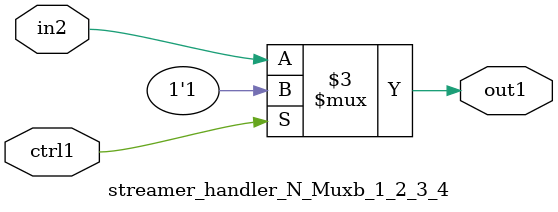
<source format=v>

`timescale 1ps / 1ps


module streamer_handler_N_Muxb_1_2_3_4( in2, ctrl1, out1 );

    input in2;
    input ctrl1;
    output out1;
    reg out1;

    
    // rtl_process:streamer_handler_N_Muxb_1_2_3_4/streamer_handler_N_Muxb_1_2_3_4_thread_1
    always @*
      begin : streamer_handler_N_Muxb_1_2_3_4_thread_1
        case (ctrl1) 
          1'b1: 
            begin
              out1 = 1'b1;
            end
          default: 
            begin
              out1 = in2;
            end
        endcase
      end

endmodule





</source>
